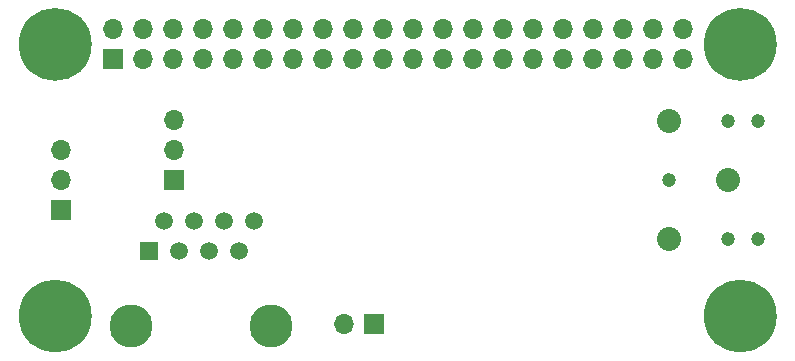
<source format=gbs>
G04 #@! TF.FileFunction,Soldermask,Bot*
%FSLAX46Y46*%
G04 Gerber Fmt 4.6, Leading zero omitted, Abs format (unit mm)*
G04 Created by KiCad (PCBNEW 4.0.7) date Tue Mar 13 19:37:47 2018*
%MOMM*%
%LPD*%
G01*
G04 APERTURE LIST*
%ADD10C,0.025400*%
%ADD11C,0.150000*%
%ADD12C,2.032000*%
%ADD13C,1.193800*%
%ADD14C,3.650000*%
%ADD15R,1.500000X1.500000*%
%ADD16C,1.500000*%
%ADD17R,1.700000X1.700000*%
%ADD18O,1.700000X1.700000*%
%ADD19C,2.750000*%
G04 APERTURE END LIST*
D10*
D11*
X163901724Y-119000000D02*
G75*
G03X163901724Y-119000000I-2901724J0D01*
G01*
X163800446Y-119000000D02*
G75*
G03X163800446Y-119000000I-2800446J0D01*
G01*
X163700000Y-119000000D02*
G75*
G03X163700000Y-119000000I-2700000J0D01*
G01*
X163600481Y-119000000D02*
G75*
G03X163600481Y-119000000I-2600481J0D01*
G01*
X163500500Y-119000000D02*
G75*
G03X163500500Y-119000000I-2500500J0D01*
G01*
X163400000Y-119000000D02*
G75*
G03X163400000Y-119000000I-2400000J0D01*
G01*
X163300543Y-119000000D02*
G75*
G03X163300543Y-119000000I-2300543J0D01*
G01*
X163200568Y-119000000D02*
G75*
G03X163200568Y-119000000I-2200568J0D01*
G01*
X163100595Y-119000000D02*
G75*
G03X163100595Y-119000000I-2100595J0D01*
G01*
X163000625Y-119000000D02*
G75*
G03X163000625Y-119000000I-2000625J0D01*
G01*
X162900658Y-119000000D02*
G75*
G03X162900658Y-119000000I-1900658J0D01*
G01*
X162800694Y-119000000D02*
G75*
G03X162800694Y-119000000I-1800694J0D01*
G01*
X162700735Y-119000000D02*
G75*
G03X162700735Y-119000000I-1700735J0D01*
G01*
X162600781Y-119000000D02*
G75*
G03X162600781Y-119000000I-1600781J0D01*
G01*
X162500000Y-119000000D02*
G75*
G03X162500000Y-119000000I-1500000J0D01*
G01*
X164000000Y-119000000D02*
G75*
G03X164000000Y-119000000I-3000000J0D01*
G01*
X162400893Y-119000000D02*
G75*
G03X162400893Y-119000000I-1400893J0D01*
G01*
X163901724Y-96000000D02*
G75*
G03X163901724Y-96000000I-2901724J0D01*
G01*
X163800446Y-96000000D02*
G75*
G03X163800446Y-96000000I-2800446J0D01*
G01*
X163700000Y-96000000D02*
G75*
G03X163700000Y-96000000I-2700000J0D01*
G01*
X163600481Y-96000000D02*
G75*
G03X163600481Y-96000000I-2600481J0D01*
G01*
X163500500Y-96000000D02*
G75*
G03X163500500Y-96000000I-2500500J0D01*
G01*
X163400000Y-96000000D02*
G75*
G03X163400000Y-96000000I-2400000J0D01*
G01*
X163300543Y-96000000D02*
G75*
G03X163300543Y-96000000I-2300543J0D01*
G01*
X163200568Y-96000000D02*
G75*
G03X163200568Y-96000000I-2200568J0D01*
G01*
X163100595Y-96000000D02*
G75*
G03X163100595Y-96000000I-2100595J0D01*
G01*
X163000625Y-96000000D02*
G75*
G03X163000625Y-96000000I-2000625J0D01*
G01*
X162900658Y-96000000D02*
G75*
G03X162900658Y-96000000I-1900658J0D01*
G01*
X162800694Y-96000000D02*
G75*
G03X162800694Y-96000000I-1800694J0D01*
G01*
X162700735Y-96000000D02*
G75*
G03X162700735Y-96000000I-1700735J0D01*
G01*
X162600781Y-96000000D02*
G75*
G03X162600781Y-96000000I-1600781J0D01*
G01*
X162500000Y-96000000D02*
G75*
G03X162500000Y-96000000I-1500000J0D01*
G01*
X164000000Y-96000000D02*
G75*
G03X164000000Y-96000000I-3000000J0D01*
G01*
X162400893Y-96000000D02*
G75*
G03X162400893Y-96000000I-1400893J0D01*
G01*
X105901724Y-119000000D02*
G75*
G03X105901724Y-119000000I-2901724J0D01*
G01*
X105800446Y-119000000D02*
G75*
G03X105800446Y-119000000I-2800446J0D01*
G01*
X105700000Y-119000000D02*
G75*
G03X105700000Y-119000000I-2700000J0D01*
G01*
X105600481Y-119000000D02*
G75*
G03X105600481Y-119000000I-2600481J0D01*
G01*
X105500500Y-119000000D02*
G75*
G03X105500500Y-119000000I-2500500J0D01*
G01*
X105400000Y-119000000D02*
G75*
G03X105400000Y-119000000I-2400000J0D01*
G01*
X105300543Y-119000000D02*
G75*
G03X105300543Y-119000000I-2300543J0D01*
G01*
X105200568Y-119000000D02*
G75*
G03X105200568Y-119000000I-2200568J0D01*
G01*
X105100595Y-119000000D02*
G75*
G03X105100595Y-119000000I-2100595J0D01*
G01*
X105000625Y-119000000D02*
G75*
G03X105000625Y-119000000I-2000625J0D01*
G01*
X104900658Y-119000000D02*
G75*
G03X104900658Y-119000000I-1900658J0D01*
G01*
X104800694Y-119000000D02*
G75*
G03X104800694Y-119000000I-1800694J0D01*
G01*
X104700735Y-119000000D02*
G75*
G03X104700735Y-119000000I-1700735J0D01*
G01*
X104600781Y-119000000D02*
G75*
G03X104600781Y-119000000I-1600781J0D01*
G01*
X104500000Y-119000000D02*
G75*
G03X104500000Y-119000000I-1500000J0D01*
G01*
X106000000Y-119000000D02*
G75*
G03X106000000Y-119000000I-3000000J0D01*
G01*
X104400893Y-119000000D02*
G75*
G03X104400893Y-119000000I-1400893J0D01*
G01*
X105901724Y-96000000D02*
G75*
G03X105901724Y-96000000I-2901724J0D01*
G01*
X105800446Y-96000000D02*
G75*
G03X105800446Y-96000000I-2800446J0D01*
G01*
X105700000Y-96000000D02*
G75*
G03X105700000Y-96000000I-2700000J0D01*
G01*
X105600481Y-96000000D02*
G75*
G03X105600481Y-96000000I-2600481J0D01*
G01*
X105500500Y-96000000D02*
G75*
G03X105500500Y-96000000I-2500500J0D01*
G01*
X105400000Y-96000000D02*
G75*
G03X105400000Y-96000000I-2400000J0D01*
G01*
X105300543Y-96000000D02*
G75*
G03X105300543Y-96000000I-2300543J0D01*
G01*
X105200568Y-96000000D02*
G75*
G03X105200568Y-96000000I-2200568J0D01*
G01*
X105100595Y-96000000D02*
G75*
G03X105100595Y-96000000I-2100595J0D01*
G01*
X105000625Y-96000000D02*
G75*
G03X105000625Y-96000000I-2000625J0D01*
G01*
X104900658Y-96000000D02*
G75*
G03X104900658Y-96000000I-1900658J0D01*
G01*
X104800694Y-96000000D02*
G75*
G03X104800694Y-96000000I-1800694J0D01*
G01*
X104700735Y-96000000D02*
G75*
G03X104700735Y-96000000I-1700735J0D01*
G01*
X104600781Y-96000000D02*
G75*
G03X104600781Y-96000000I-1600781J0D01*
G01*
X104500000Y-96000000D02*
G75*
G03X104500000Y-96000000I-1500000J0D01*
G01*
X106000000Y-96000000D02*
G75*
G03X106000000Y-96000000I-3000000J0D01*
G01*
X104400893Y-96000000D02*
G75*
G03X104400893Y-96000000I-1400893J0D01*
G01*
D12*
X155000000Y-112500000D03*
X160000000Y-107500000D03*
X155000000Y-102500000D03*
D13*
X160000000Y-112500000D03*
X160000000Y-102500000D03*
X155000000Y-107500000D03*
X162500000Y-112500000D03*
X162500000Y-102500000D03*
D14*
X121300000Y-119850000D03*
X109430000Y-119850000D03*
D15*
X110920000Y-113500000D03*
D16*
X112190000Y-110960000D03*
X113460000Y-113500000D03*
X114730000Y-110960000D03*
X116000000Y-113500000D03*
X117270000Y-110960000D03*
X118540000Y-113500000D03*
X119810000Y-110960000D03*
D17*
X103500000Y-110040000D03*
D18*
X103500000Y-107500000D03*
X103500000Y-104960000D03*
D17*
X107870000Y-97270000D03*
D18*
X107870000Y-94730000D03*
X110410000Y-97270000D03*
X110410000Y-94730000D03*
X112950000Y-97270000D03*
X112950000Y-94730000D03*
X115490000Y-97270000D03*
X115490000Y-94730000D03*
X118030000Y-97270000D03*
X118030000Y-94730000D03*
X120570000Y-97270000D03*
X120570000Y-94730000D03*
X123110000Y-97270000D03*
X123110000Y-94730000D03*
X125650000Y-97270000D03*
X125650000Y-94730000D03*
X128190000Y-97270000D03*
X128190000Y-94730000D03*
X130730000Y-97270000D03*
X130730000Y-94730000D03*
X133270000Y-97270000D03*
X133270000Y-94730000D03*
X135810000Y-97270000D03*
X135810000Y-94730000D03*
X138350000Y-97270000D03*
X138350000Y-94730000D03*
X140890000Y-97270000D03*
X140890000Y-94730000D03*
X143430000Y-97270000D03*
X143430000Y-94730000D03*
X145970000Y-97270000D03*
X145970000Y-94730000D03*
X148510000Y-97270000D03*
X148510000Y-94730000D03*
X151050000Y-97270000D03*
X151050000Y-94730000D03*
X153590000Y-97270000D03*
X153590000Y-94730000D03*
X156130000Y-97270000D03*
X156130000Y-94730000D03*
D17*
X129967180Y-119642320D03*
D18*
X127427180Y-119642320D03*
D17*
X113012580Y-107445120D03*
D18*
X113012580Y-104905120D03*
X113012580Y-102365120D03*
D19*
X161000000Y-119000000D03*
X161000000Y-96000000D03*
X103000000Y-119000000D03*
X103000000Y-96000000D03*
M02*

</source>
